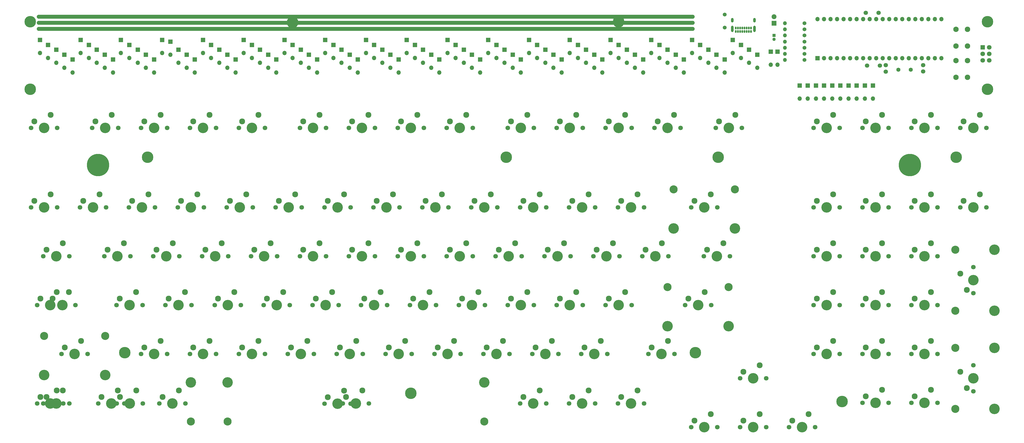
<source format=gbr>
%TF.GenerationSoftware,KiCad,Pcbnew,(5.1.6)-1*%
%TF.CreationDate,2020-06-23T22:52:40-07:00*%
%TF.ProjectId,factorium,66616374-6f72-4697-956d-2e6b69636164,rev?*%
%TF.SameCoordinates,Original*%
%TF.FileFunction,Soldermask,Top*%
%TF.FilePolarity,Negative*%
%FSLAX46Y46*%
G04 Gerber Fmt 4.6, Leading zero omitted, Abs format (unit mm)*
G04 Created by KiCad (PCBNEW (5.1.6)-1) date 2020-06-23 22:52:40*
%MOMM*%
%LPD*%
G01*
G04 APERTURE LIST*
%ADD10C,1.500000*%
%ADD11C,8.700000*%
%ADD12C,4.500000*%
%ADD13C,1.800000*%
%ADD14C,4.100000*%
%ADD15C,2.300000*%
%ADD16C,3.150000*%
%ADD17O,1.700000X1.700000*%
%ADD18R,1.700000X1.700000*%
%ADD19C,3.148000*%
%ADD20C,4.087800*%
%ADD21C,2.100000*%
%ADD22C,1.700000*%
%ADD23C,1.300000*%
%ADD24R,1.300000X1.300000*%
%ADD25C,1.500000*%
%ADD26R,1.800000X1.800000*%
%ADD27R,1.900000X1.900000*%
%ADD28C,1.900000*%
%ADD29O,1.500000X1.500000*%
%ADD30O,1.000000X1.800000*%
%ADD31O,1.000000X2.500000*%
%ADD32O,0.750000X1.100000*%
%ADD33C,1.600000*%
G04 APERTURE END LIST*
D10*
X283464000Y-152223150D02*
X28751804Y-152223150D01*
X283464000Y-156985650D02*
X28751804Y-156985650D01*
X283464000Y-154604400D02*
X28751804Y-154604400D01*
D11*
%TO.C,REF\u002A\u002A*%
X51850600Y-210083400D03*
%TD*%
%TO.C,REF\u002A\u002A*%
X368080600Y-210083400D03*
%TD*%
D12*
%TO.C,REF\u002A\u002A*%
X341630000Y-302260000D03*
%TD*%
%TO.C,REF\u002A\u002A*%
X62230000Y-283210000D03*
%TD*%
%TO.C,REF\u002A\u002A*%
X284480000Y-283210000D03*
%TD*%
%TO.C,REF\u002A\u002A*%
X386080000Y-207010000D03*
%TD*%
%TO.C,REF\u002A\u002A*%
X293370000Y-207010000D03*
%TD*%
%TO.C,REF\u002A\u002A*%
X210820000Y-207010000D03*
%TD*%
%TO.C,REF\u002A\u002A*%
X71120000Y-207010000D03*
%TD*%
%TO.C,REF\u002A\u002A*%
X127635000Y-154421251D03*
%TD*%
%TO.C,REF\u002A\u002A*%
X254635000Y-154146250D03*
%TD*%
D13*
%TO.C,SW38*%
X102552500Y-245586250D03*
X92392500Y-245586250D03*
D14*
X97472500Y-245586250D03*
D15*
X93662500Y-243046250D03*
X100012500Y-240506250D03*
%TD*%
%TO.C,SW30*%
X290512500Y-221456250D03*
X284162500Y-223996250D03*
D14*
X287972500Y-226536250D03*
D13*
X282892500Y-226536250D03*
X293052500Y-226536250D03*
D14*
X299872500Y-234776250D03*
X276072500Y-234776250D03*
D16*
X276072500Y-219536250D03*
X299872500Y-219536250D03*
%TD*%
D17*
%TO.C,U1*%
X332041500Y-153193750D03*
X380301500Y-168433750D03*
X334581500Y-153193750D03*
X377761500Y-168433750D03*
X337121500Y-153193750D03*
X375221500Y-168433750D03*
X339661500Y-153193750D03*
X372681500Y-168433750D03*
X342201500Y-153193750D03*
X370141500Y-168433750D03*
X344741500Y-153193750D03*
X367601500Y-168433750D03*
X347281500Y-153193750D03*
X365061500Y-168433750D03*
X349821500Y-153193750D03*
X362521500Y-168433750D03*
X352361500Y-153193750D03*
X359981500Y-168433750D03*
X354901500Y-153193750D03*
X357441500Y-168433750D03*
X357441500Y-153193750D03*
X354901500Y-168433750D03*
X359981500Y-153193750D03*
X352361500Y-168433750D03*
X362521500Y-153193750D03*
X349821500Y-168433750D03*
X365061500Y-153193750D03*
X347281500Y-168433750D03*
X367601500Y-153193750D03*
X344741500Y-168433750D03*
X370141500Y-153193750D03*
X342201500Y-168433750D03*
X372681500Y-153193750D03*
X339661500Y-168433750D03*
X375221500Y-153193750D03*
X337121500Y-168433750D03*
X377761500Y-153193750D03*
X334581500Y-168433750D03*
X380301500Y-153193750D03*
D18*
X332041500Y-168433750D03*
%TD*%
D15*
%TO.C,SW95*%
X261977778Y-297963620D03*
X255627778Y-300503620D03*
D14*
X259437778Y-303043620D03*
D13*
X254357778Y-303043620D03*
X264517778Y-303043620D03*
%TD*%
D15*
%TO.C,SW94*%
X242922456Y-297973750D03*
X236572456Y-300513750D03*
D14*
X240382456Y-303053750D03*
D13*
X235302456Y-303053750D03*
X245462456Y-303053750D03*
%TD*%
D15*
%TO.C,SW93*%
X223867134Y-297963620D03*
X217517134Y-300503620D03*
D14*
X221327134Y-303043620D03*
D13*
X216247134Y-303043620D03*
X226407134Y-303043620D03*
%TD*%
D15*
%TO.C,SW9*%
X238125000Y-190500000D03*
X231775000Y-193040000D03*
D14*
X235585000Y-195580000D03*
D13*
X230505000Y-195580000D03*
X240665000Y-195580000D03*
%TD*%
D18*
%TO.C,D0*%
X29210000Y-161290000D03*
D17*
X29210000Y-166370000D03*
%TD*%
D18*
%TO.C,D16*%
X32385000Y-163195000D03*
D17*
X32385000Y-168275000D03*
%TD*%
D12*
%TO.C,REF\u002A\u002A*%
X25400000Y-180498750D03*
%TD*%
%TO.C,REF\u002A\u002A*%
X25400000Y-154146250D03*
%TD*%
%TO.C,REF\u002A\u002A*%
X398303750Y-154146250D03*
%TD*%
%TO.C,REF\u002A\u002A*%
X398303750Y-180498750D03*
%TD*%
D13*
%TO.C,SW87*%
X38258700Y-303043620D03*
X28098700Y-303043620D03*
D14*
X33178700Y-303043620D03*
D15*
X29368700Y-300503620D03*
X35718700Y-297963620D03*
%TD*%
D12*
%TO.C,REF\u002A\u002A*%
X173669595Y-299038110D03*
%TD*%
D19*
%TO.C,ST72*%
X87973823Y-310046640D03*
X202273823Y-310046640D03*
D20*
X87973823Y-294806640D03*
X202273823Y-294806640D03*
%TD*%
%TO.C,REF\u002A\u002A*%
X202267473Y-294806640D03*
X102267673Y-294806640D03*
D19*
X202267473Y-310046640D03*
X102267673Y-310046640D03*
%TD*%
D13*
%TO.C,SW92*%
X157321500Y-303053750D03*
X147161500Y-303053750D03*
D14*
X152241500Y-303053750D03*
D15*
X148431500Y-300513750D03*
X154781500Y-297973750D03*
%TD*%
D13*
%TO.C,SW91*%
X85883700Y-303043620D03*
X75723700Y-303043620D03*
D14*
X80803700Y-303043620D03*
D15*
X76993700Y-300503620D03*
X83343700Y-297963620D03*
%TD*%
D13*
%TO.C,SW88*%
X62071300Y-303053750D03*
X51911300Y-303053750D03*
D14*
X56991300Y-303053750D03*
D15*
X53181300Y-300513750D03*
X59531300Y-297973750D03*
%TD*%
D13*
%TO.C,SW102*%
X150203823Y-303061640D03*
X140043823Y-303061640D03*
D14*
X145123823Y-303061640D03*
D15*
X141313823Y-300521640D03*
X147663823Y-297981640D03*
%TD*%
%TO.C,SW90*%
X66699281Y-297969819D03*
X60349281Y-300509819D03*
D14*
X64159281Y-303049819D03*
D13*
X59079281Y-303049819D03*
X69239281Y-303049819D03*
%TD*%
D15*
%TO.C,SW86*%
X38099950Y-297963620D03*
X31749950Y-300503620D03*
D14*
X35559950Y-303043620D03*
D13*
X30479950Y-303043620D03*
X40639950Y-303043620D03*
%TD*%
%TO.C,SW103*%
X59690000Y-195580000D03*
X49530000Y-195580000D03*
D14*
X54610000Y-195580000D03*
D15*
X50800000Y-193040000D03*
X57150000Y-190500000D03*
%TD*%
D13*
%TO.C,SW100*%
X378777500Y-302736250D03*
X368617500Y-302736250D03*
D14*
X373697500Y-302736250D03*
D15*
X369887500Y-300196250D03*
X376237500Y-297656250D03*
%TD*%
D13*
%TO.C,SW99*%
X359727500Y-302736250D03*
X349567500Y-302736250D03*
D14*
X354647500Y-302736250D03*
D15*
X350837500Y-300196250D03*
X357187500Y-297656250D03*
%TD*%
D13*
%TO.C,SW98*%
X331152500Y-312261250D03*
X320992500Y-312261250D03*
D14*
X326072500Y-312261250D03*
D15*
X322262500Y-309721250D03*
X328612500Y-307181250D03*
%TD*%
D13*
%TO.C,SW97*%
X312102500Y-312261250D03*
X301942500Y-312261250D03*
D14*
X307022500Y-312261250D03*
D15*
X303212500Y-309721250D03*
X309562500Y-307181250D03*
%TD*%
%TO.C,SW96*%
X290512500Y-307181250D03*
X284162500Y-309721250D03*
D14*
X287972500Y-312261250D03*
D13*
X282892500Y-312261250D03*
X293052500Y-312261250D03*
%TD*%
D15*
%TO.C,SW85*%
X376237500Y-278606250D03*
X369887500Y-281146250D03*
D14*
X373697500Y-283686250D03*
D13*
X368617500Y-283686250D03*
X378777500Y-283686250D03*
%TD*%
%TO.C,SW84*%
X359727500Y-283686250D03*
X349567500Y-283686250D03*
D14*
X354647500Y-283686250D03*
D15*
X350837500Y-281146250D03*
X357187500Y-278606250D03*
%TD*%
D13*
%TO.C,SW83*%
X340677500Y-283686250D03*
X330517500Y-283686250D03*
D14*
X335597500Y-283686250D03*
D15*
X331787500Y-281146250D03*
X338137500Y-278606250D03*
%TD*%
D13*
%TO.C,SW82*%
X312102500Y-293211250D03*
X301942500Y-293211250D03*
D14*
X307022500Y-293211250D03*
D15*
X303212500Y-290671250D03*
X309562500Y-288131250D03*
%TD*%
D13*
%TO.C,SW80*%
X250190000Y-283686250D03*
X240030000Y-283686250D03*
D14*
X245110000Y-283686250D03*
D15*
X241300000Y-281146250D03*
X247650000Y-278606250D03*
%TD*%
D13*
%TO.C,SW79*%
X231140000Y-283686250D03*
X220980000Y-283686250D03*
D14*
X226060000Y-283686250D03*
D15*
X222250000Y-281146250D03*
X228600000Y-278606250D03*
%TD*%
D13*
%TO.C,SW78*%
X212090000Y-283686250D03*
X201930000Y-283686250D03*
D14*
X207010000Y-283686250D03*
D15*
X203200000Y-281146250D03*
X209550000Y-278606250D03*
%TD*%
D13*
%TO.C,SW77*%
X193040000Y-283686250D03*
X182880000Y-283686250D03*
D14*
X187960000Y-283686250D03*
D15*
X184150000Y-281146250D03*
X190500000Y-278606250D03*
%TD*%
D13*
%TO.C,SW76*%
X173990000Y-283686250D03*
X163830000Y-283686250D03*
D14*
X168910000Y-283686250D03*
D15*
X165100000Y-281146250D03*
X171450000Y-278606250D03*
%TD*%
D13*
%TO.C,SW75*%
X154940000Y-283686250D03*
X144780000Y-283686250D03*
D14*
X149860000Y-283686250D03*
D15*
X146050000Y-281146250D03*
X152400000Y-278606250D03*
%TD*%
D13*
%TO.C,SW74*%
X135890000Y-283686250D03*
X125730000Y-283686250D03*
D14*
X130810000Y-283686250D03*
D15*
X127000000Y-281146250D03*
X133350000Y-278606250D03*
%TD*%
%TO.C,SW73*%
X114300000Y-278606250D03*
X107950000Y-281146250D03*
D14*
X111760000Y-283686250D03*
D13*
X106680000Y-283686250D03*
X116840000Y-283686250D03*
%TD*%
%TO.C,SW72*%
X97790000Y-283686250D03*
X87630000Y-283686250D03*
D14*
X92710000Y-283686250D03*
D15*
X88900000Y-281146250D03*
X95250000Y-278606250D03*
%TD*%
%TO.C,SW71*%
X76200000Y-278606250D03*
X69850000Y-281146250D03*
D14*
X73660000Y-283686250D03*
D13*
X68580000Y-283686250D03*
X78740000Y-283686250D03*
%TD*%
%TO.C,SW68*%
X378777500Y-264636250D03*
X368617500Y-264636250D03*
D14*
X373697500Y-264636250D03*
D15*
X369887500Y-262096250D03*
X376237500Y-259556250D03*
%TD*%
D13*
%TO.C,SW67*%
X359727500Y-264636250D03*
X349567500Y-264636250D03*
D14*
X354647500Y-264636250D03*
D15*
X350837500Y-262096250D03*
X357187500Y-259556250D03*
%TD*%
%TO.C,SW66*%
X338137500Y-259556250D03*
X331787500Y-262096250D03*
D14*
X335597500Y-264636250D03*
D13*
X330517500Y-264636250D03*
X340677500Y-264636250D03*
%TD*%
D15*
%TO.C,SW64*%
X257175000Y-259556250D03*
X250825000Y-262096250D03*
D14*
X254635000Y-264636250D03*
D13*
X249555000Y-264636250D03*
X259715000Y-264636250D03*
%TD*%
D15*
%TO.C,SW63*%
X238125000Y-259556250D03*
X231775000Y-262096250D03*
D14*
X235585000Y-264636250D03*
D13*
X230505000Y-264636250D03*
X240665000Y-264636250D03*
%TD*%
%TO.C,SW62*%
X221615000Y-264636250D03*
X211455000Y-264636250D03*
D14*
X216535000Y-264636250D03*
D15*
X212725000Y-262096250D03*
X219075000Y-259556250D03*
%TD*%
%TO.C,SW61*%
X200025000Y-259556250D03*
X193675000Y-262096250D03*
D14*
X197485000Y-264636250D03*
D13*
X192405000Y-264636250D03*
X202565000Y-264636250D03*
%TD*%
D15*
%TO.C,SW60*%
X180975000Y-259556250D03*
X174625000Y-262096250D03*
D14*
X178435000Y-264636250D03*
D13*
X173355000Y-264636250D03*
X183515000Y-264636250D03*
%TD*%
%TO.C,SW59*%
X164465000Y-264636250D03*
X154305000Y-264636250D03*
D14*
X159385000Y-264636250D03*
D15*
X155575000Y-262096250D03*
X161925000Y-259556250D03*
%TD*%
%TO.C,SW58*%
X143033750Y-259556250D03*
X136683750Y-262096250D03*
D14*
X140493750Y-264636250D03*
D13*
X135413750Y-264636250D03*
X145573750Y-264636250D03*
%TD*%
D15*
%TO.C,SW57*%
X123983750Y-259556250D03*
X117633750Y-262096250D03*
D14*
X121443750Y-264636250D03*
D13*
X116363750Y-264636250D03*
X126523750Y-264636250D03*
%TD*%
D15*
%TO.C,SW56*%
X104933750Y-259556250D03*
X98583750Y-262096250D03*
D14*
X102393750Y-264636250D03*
D13*
X97313750Y-264636250D03*
X107473750Y-264636250D03*
%TD*%
D15*
%TO.C,SW55*%
X85725000Y-259556250D03*
X79375000Y-262096250D03*
D14*
X83185000Y-264636250D03*
D13*
X78105000Y-264636250D03*
X88265000Y-264636250D03*
%TD*%
D15*
%TO.C,SW54*%
X66675000Y-259556250D03*
X60325000Y-262096250D03*
D14*
X64135000Y-264636250D03*
D13*
X59055000Y-264636250D03*
X69215000Y-264636250D03*
%TD*%
%TO.C,SW51*%
X378777500Y-245586250D03*
X368617500Y-245586250D03*
D14*
X373697500Y-245586250D03*
D15*
X369887500Y-243046250D03*
X376237500Y-240506250D03*
%TD*%
%TO.C,SW50*%
X357187500Y-240506250D03*
X350837500Y-243046250D03*
D14*
X354647500Y-245586250D03*
D13*
X349567500Y-245586250D03*
X359727500Y-245586250D03*
%TD*%
D15*
%TO.C,SW49*%
X338137500Y-240506250D03*
X331787500Y-243046250D03*
D14*
X335597500Y-245586250D03*
D13*
X330517500Y-245586250D03*
X340677500Y-245586250D03*
%TD*%
D15*
%TO.C,SW47*%
X271462500Y-240506250D03*
X265112500Y-243046250D03*
D14*
X268922500Y-245586250D03*
D13*
X263842500Y-245586250D03*
X274002500Y-245586250D03*
%TD*%
D15*
%TO.C,SW46*%
X252412500Y-240506250D03*
X246062500Y-243046250D03*
D14*
X249872500Y-245586250D03*
D13*
X244792500Y-245586250D03*
X254952500Y-245586250D03*
%TD*%
D15*
%TO.C,SW45*%
X233362500Y-240506250D03*
X227012500Y-243046250D03*
D14*
X230822500Y-245586250D03*
D13*
X225742500Y-245586250D03*
X235902500Y-245586250D03*
%TD*%
D15*
%TO.C,SW44*%
X214312500Y-240506250D03*
X207962500Y-243046250D03*
D14*
X211772500Y-245586250D03*
D13*
X206692500Y-245586250D03*
X216852500Y-245586250D03*
%TD*%
D15*
%TO.C,SW43*%
X195262500Y-240506250D03*
X188912500Y-243046250D03*
D14*
X192722500Y-245586250D03*
D13*
X187642500Y-245586250D03*
X197802500Y-245586250D03*
%TD*%
%TO.C,SW42*%
X178752500Y-245586250D03*
X168592500Y-245586250D03*
D14*
X173672500Y-245586250D03*
D15*
X169862500Y-243046250D03*
X176212500Y-240506250D03*
%TD*%
%TO.C,SW41*%
X157162500Y-240506250D03*
X150812500Y-243046250D03*
D14*
X154622500Y-245586250D03*
D13*
X149542500Y-245586250D03*
X159702500Y-245586250D03*
%TD*%
%TO.C,SW40*%
X140652500Y-245586250D03*
X130492500Y-245586250D03*
D14*
X135572500Y-245586250D03*
D15*
X131762500Y-243046250D03*
X138112500Y-240506250D03*
%TD*%
D13*
%TO.C,SW39*%
X121602500Y-245586250D03*
X111442500Y-245586250D03*
D14*
X116522500Y-245586250D03*
D15*
X112712500Y-243046250D03*
X119062500Y-240506250D03*
%TD*%
%TO.C,SW37*%
X80962500Y-240506250D03*
X74612500Y-243046250D03*
D14*
X78422500Y-245586250D03*
D13*
X73342500Y-245586250D03*
X83502500Y-245586250D03*
%TD*%
%TO.C,SW36*%
X64452500Y-245586250D03*
X54292500Y-245586250D03*
D14*
X59372500Y-245586250D03*
D15*
X55562500Y-243046250D03*
X61912500Y-240506250D03*
%TD*%
%TO.C,SW34*%
X395287500Y-221456250D03*
X388937500Y-223996250D03*
D14*
X392747500Y-226536250D03*
D13*
X387667500Y-226536250D03*
X397827500Y-226536250D03*
%TD*%
%TO.C,SW33*%
X378777500Y-226536250D03*
X368617500Y-226536250D03*
D14*
X373697500Y-226536250D03*
D15*
X369887500Y-223996250D03*
X376237500Y-221456250D03*
%TD*%
%TO.C,SW32*%
X357187500Y-221456250D03*
X350837500Y-223996250D03*
D14*
X354647500Y-226536250D03*
D13*
X349567500Y-226536250D03*
X359727500Y-226536250D03*
%TD*%
%TO.C,SW31*%
X340677500Y-226536250D03*
X330517500Y-226536250D03*
D14*
X335597500Y-226536250D03*
D15*
X331787500Y-223996250D03*
X338137500Y-221456250D03*
%TD*%
D13*
%TO.C,SW29*%
X264477500Y-226536250D03*
X254317500Y-226536250D03*
D14*
X259397500Y-226536250D03*
D15*
X255587500Y-223996250D03*
X261937500Y-221456250D03*
%TD*%
D13*
%TO.C,SW28*%
X245427500Y-226536250D03*
X235267500Y-226536250D03*
D14*
X240347500Y-226536250D03*
D15*
X236537500Y-223996250D03*
X242887500Y-221456250D03*
%TD*%
%TO.C,SW27*%
X223837500Y-221456250D03*
X217487500Y-223996250D03*
D14*
X221297500Y-226536250D03*
D13*
X216217500Y-226536250D03*
X226377500Y-226536250D03*
%TD*%
D15*
%TO.C,SW26*%
X204787500Y-221456250D03*
X198437500Y-223996250D03*
D14*
X202247500Y-226536250D03*
D13*
X197167500Y-226536250D03*
X207327500Y-226536250D03*
%TD*%
%TO.C,SW25*%
X188277500Y-226536250D03*
X178117500Y-226536250D03*
D14*
X183197500Y-226536250D03*
D15*
X179387500Y-223996250D03*
X185737500Y-221456250D03*
%TD*%
D13*
%TO.C,SW24*%
X169227500Y-226536250D03*
X159067500Y-226536250D03*
D14*
X164147500Y-226536250D03*
D15*
X160337500Y-223996250D03*
X166687500Y-221456250D03*
%TD*%
%TO.C,SW23*%
X147637500Y-221456250D03*
X141287500Y-223996250D03*
D14*
X145097500Y-226536250D03*
D13*
X140017500Y-226536250D03*
X150177500Y-226536250D03*
%TD*%
D15*
%TO.C,SW22*%
X128587500Y-221456250D03*
X122237500Y-223996250D03*
D14*
X126047500Y-226536250D03*
D13*
X120967500Y-226536250D03*
X131127500Y-226536250D03*
%TD*%
D15*
%TO.C,SW21*%
X109537500Y-221456250D03*
X103187500Y-223996250D03*
D14*
X106997500Y-226536250D03*
D13*
X101917500Y-226536250D03*
X112077500Y-226536250D03*
%TD*%
D15*
%TO.C,SW20*%
X90487500Y-221456250D03*
X84137500Y-223996250D03*
D14*
X87947500Y-226536250D03*
D13*
X82867500Y-226536250D03*
X93027500Y-226536250D03*
%TD*%
%TO.C,SW19*%
X73977500Y-226536250D03*
X63817500Y-226536250D03*
D14*
X68897500Y-226536250D03*
D15*
X65087500Y-223996250D03*
X71437500Y-221456250D03*
%TD*%
D13*
%TO.C,SW18*%
X54927500Y-226536250D03*
X44767500Y-226536250D03*
D14*
X49847500Y-226536250D03*
D15*
X46037500Y-223996250D03*
X52387500Y-221456250D03*
%TD*%
D13*
%TO.C,SW17*%
X35877500Y-226536250D03*
X25717500Y-226536250D03*
D14*
X30797500Y-226536250D03*
D15*
X26987500Y-223996250D03*
X33337500Y-221456250D03*
%TD*%
D13*
%TO.C,SW16*%
X397827500Y-195580000D03*
X387667500Y-195580000D03*
D14*
X392747500Y-195580000D03*
D15*
X388937500Y-193040000D03*
X395287500Y-190500000D03*
%TD*%
D13*
%TO.C,SW15*%
X378777500Y-195580000D03*
X368617500Y-195580000D03*
D14*
X373697500Y-195580000D03*
D15*
X369887500Y-193040000D03*
X376237500Y-190500000D03*
%TD*%
%TO.C,SW14*%
X357187500Y-190500000D03*
X350837500Y-193040000D03*
D14*
X354647500Y-195580000D03*
D13*
X349567500Y-195580000D03*
X359727500Y-195580000D03*
%TD*%
%TO.C,SW13*%
X340677500Y-195580000D03*
X330517500Y-195580000D03*
D14*
X335597500Y-195580000D03*
D15*
X331787500Y-193040000D03*
X338137500Y-190500000D03*
%TD*%
%TO.C,SW12*%
X300037500Y-190500000D03*
X293687500Y-193040000D03*
D14*
X297497500Y-195580000D03*
D13*
X292417500Y-195580000D03*
X302577500Y-195580000D03*
%TD*%
D15*
%TO.C,SW11*%
X276225000Y-190500000D03*
X269875000Y-193040000D03*
D14*
X273685000Y-195580000D03*
D13*
X268605000Y-195580000D03*
X278765000Y-195580000D03*
%TD*%
D15*
%TO.C,SW10*%
X257175000Y-190500000D03*
X250825000Y-193040000D03*
D14*
X254635000Y-195580000D03*
D13*
X249555000Y-195580000D03*
X259715000Y-195580000D03*
%TD*%
%TO.C,SW8*%
X221615000Y-195580000D03*
X211455000Y-195580000D03*
D14*
X216535000Y-195580000D03*
D15*
X212725000Y-193040000D03*
X219075000Y-190500000D03*
%TD*%
D13*
%TO.C,SW7*%
X197802500Y-195580000D03*
X187642500Y-195580000D03*
D14*
X192722500Y-195580000D03*
D15*
X188912500Y-193040000D03*
X195262500Y-190500000D03*
%TD*%
%TO.C,SW6*%
X176212500Y-190500000D03*
X169862500Y-193040000D03*
D14*
X173672500Y-195580000D03*
D13*
X168592500Y-195580000D03*
X178752500Y-195580000D03*
%TD*%
D15*
%TO.C,SW5*%
X157162500Y-190500000D03*
X150812500Y-193040000D03*
D14*
X154622500Y-195580000D03*
D13*
X149542500Y-195580000D03*
X159702500Y-195580000D03*
%TD*%
%TO.C,SW4*%
X140652500Y-195580000D03*
X130492500Y-195580000D03*
D14*
X135572500Y-195580000D03*
D15*
X131762500Y-193040000D03*
X138112500Y-190500000D03*
%TD*%
%TO.C,SW3*%
X114300000Y-190500000D03*
X107950000Y-193040000D03*
D14*
X111760000Y-195580000D03*
D13*
X106680000Y-195580000D03*
X116840000Y-195580000D03*
%TD*%
%TO.C,SW2*%
X97790000Y-195580000D03*
X87630000Y-195580000D03*
D14*
X92710000Y-195580000D03*
D15*
X88900000Y-193040000D03*
X95250000Y-190500000D03*
%TD*%
%TO.C,SW1*%
X76200000Y-190500000D03*
X69850000Y-193040000D03*
D14*
X73660000Y-195580000D03*
D13*
X68580000Y-195580000D03*
X78740000Y-195580000D03*
%TD*%
D15*
%TO.C,SW0*%
X33337500Y-190500000D03*
X26987500Y-193040000D03*
D14*
X30797500Y-195580000D03*
D13*
X25717500Y-195580000D03*
X35877500Y-195580000D03*
%TD*%
D21*
%TO.C,BOOT1*%
X386025000Y-169331250D03*
X390525000Y-169331250D03*
X386025000Y-175831250D03*
X390525000Y-175831250D03*
%TD*%
D22*
%TO.C,C1*%
X373253000Y-173597000D03*
X373253000Y-171097000D03*
%TD*%
%TO.C,C2*%
X358648000Y-171109000D03*
X358648000Y-173609000D03*
%TD*%
D23*
%TO.C,C3*%
X315118750Y-161043750D03*
D24*
X315118750Y-159543750D03*
%TD*%
D22*
%TO.C,C4*%
X350837500Y-150670000D03*
X355837500Y-150670000D03*
%TD*%
%TO.C,C5*%
X351409000Y-171247000D03*
X356409000Y-171247000D03*
%TD*%
D17*
%TO.C,D1*%
X70485000Y-172085000D03*
D18*
X70485000Y-167005000D03*
%TD*%
%TO.C,D2*%
X86360000Y-167005000D03*
D17*
X86360000Y-172085000D03*
%TD*%
%TO.C,D3*%
X102235000Y-172085000D03*
D18*
X102235000Y-167005000D03*
%TD*%
%TO.C,D4*%
X118110000Y-167005000D03*
D17*
X118110000Y-172085000D03*
%TD*%
%TO.C,D5*%
X137160000Y-173990000D03*
D18*
X137160000Y-168910000D03*
%TD*%
%TO.C,D6*%
X153035000Y-168910000D03*
D17*
X153035000Y-173990000D03*
%TD*%
%TO.C,D7*%
X168910000Y-173990000D03*
D18*
X168910000Y-168910000D03*
%TD*%
D17*
%TO.C,D8*%
X187960000Y-166370000D03*
D18*
X187960000Y-161290000D03*
%TD*%
D17*
%TO.C,D9*%
X226060000Y-170180000D03*
D18*
X226060000Y-165100000D03*
%TD*%
D17*
%TO.C,D10*%
X238760000Y-168275000D03*
D18*
X238760000Y-163195000D03*
%TD*%
%TO.C,D11*%
X251460000Y-161290000D03*
D17*
X251460000Y-166370000D03*
%TD*%
%TO.C,D12*%
X344170000Y-184150000D03*
D18*
X344170000Y-179070000D03*
%TD*%
D17*
%TO.C,D13*%
X347345000Y-184150000D03*
D18*
X347345000Y-179070000D03*
%TD*%
%TO.C,D14*%
X350520000Y-179070000D03*
D17*
X350520000Y-184150000D03*
%TD*%
%TO.C,D15*%
X353695000Y-184150000D03*
D18*
X353695000Y-179070000D03*
%TD*%
%TO.C,D17*%
X54483000Y-167005000D03*
D17*
X54483000Y-172085000D03*
%TD*%
%TO.C,D18*%
X73660000Y-173990000D03*
D18*
X73660000Y-168910000D03*
%TD*%
D17*
%TO.C,D19*%
X89535000Y-173990000D03*
D18*
X89535000Y-168910000D03*
%TD*%
%TO.C,D20*%
X105410000Y-168910000D03*
D17*
X105410000Y-173990000D03*
%TD*%
%TO.C,D21*%
X121285000Y-173990000D03*
D18*
X121285000Y-168910000D03*
%TD*%
D17*
%TO.C,D22*%
X140335000Y-166370000D03*
D18*
X140335000Y-161290000D03*
%TD*%
%TO.C,D23*%
X156210000Y-161290000D03*
D17*
X156210000Y-166370000D03*
%TD*%
D18*
%TO.C,D24*%
X172085000Y-161290000D03*
D17*
X172085000Y-166370000D03*
%TD*%
D18*
%TO.C,D25*%
X191135000Y-163195000D03*
D17*
X191135000Y-168275000D03*
%TD*%
%TO.C,D26*%
X210185000Y-170180000D03*
D18*
X210185000Y-165100000D03*
%TD*%
D17*
%TO.C,D27*%
X229235000Y-172085000D03*
D18*
X229235000Y-167005000D03*
%TD*%
D17*
%TO.C,D28*%
X241935000Y-170180000D03*
D18*
X241935000Y-165100000D03*
%TD*%
%TO.C,D29*%
X254635000Y-163195000D03*
D17*
X254635000Y-168275000D03*
%TD*%
%TO.C,D30*%
X337820000Y-184150000D03*
D18*
X337820000Y-179070000D03*
%TD*%
D17*
%TO.C,D31*%
X334645000Y-184150000D03*
D18*
X334645000Y-179070000D03*
%TD*%
%TO.C,D32*%
X331470000Y-179070000D03*
D17*
X331470000Y-184150000D03*
%TD*%
%TO.C,D33*%
X35560000Y-170180000D03*
D18*
X35560000Y-165100000D03*
%TD*%
%TO.C,D34*%
X57658000Y-168910000D03*
D17*
X57658000Y-173990000D03*
%TD*%
D18*
%TO.C,D35*%
X76835000Y-161290000D03*
D17*
X76835000Y-166370000D03*
%TD*%
%TO.C,D36*%
X92710000Y-166370000D03*
D18*
X92710000Y-161290000D03*
%TD*%
%TO.C,D37*%
X108585000Y-161290000D03*
D17*
X108585000Y-166370000D03*
%TD*%
%TO.C,D38*%
X124460000Y-166370000D03*
D18*
X124460000Y-161290000D03*
%TD*%
%TO.C,D39*%
X143510000Y-163195000D03*
D17*
X143510000Y-168275000D03*
%TD*%
%TO.C,D40*%
X159385000Y-168275000D03*
D18*
X159385000Y-163195000D03*
%TD*%
%TO.C,D41*%
X175260000Y-163195000D03*
D17*
X175260000Y-168275000D03*
%TD*%
%TO.C,D42*%
X194310000Y-170180000D03*
D18*
X194310000Y-165100000D03*
%TD*%
D17*
%TO.C,D43*%
X213360000Y-172085000D03*
D18*
X213360000Y-167005000D03*
%TD*%
D17*
%TO.C,D44*%
X232410000Y-173990000D03*
D18*
X232410000Y-168910000D03*
%TD*%
%TO.C,D45*%
X245110000Y-167005000D03*
D17*
X245110000Y-172085000D03*
%TD*%
%TO.C,D46*%
X257810000Y-170180000D03*
D18*
X257810000Y-165100000D03*
%TD*%
%TO.C,D47*%
X325120000Y-179070000D03*
D17*
X325120000Y-184150000D03*
%TD*%
D18*
%TO.C,D48*%
X308610000Y-167005000D03*
D17*
X308610000Y-172085000D03*
%TD*%
D18*
%TO.C,D49*%
X51308000Y-165100000D03*
D17*
X51308000Y-170180000D03*
%TD*%
D18*
%TO.C,D50*%
X38735000Y-167005000D03*
D17*
X38735000Y-172085000D03*
%TD*%
D18*
%TO.C,D51*%
X184785000Y-168910000D03*
D17*
X184785000Y-173990000D03*
%TD*%
%TO.C,D52*%
X60706000Y-166370000D03*
D18*
X60706000Y-161290000D03*
%TD*%
D17*
%TO.C,D53*%
X80010000Y-167005000D03*
D18*
X80010000Y-161925000D03*
%TD*%
D17*
%TO.C,D54*%
X95885000Y-168275000D03*
D18*
X95885000Y-163195000D03*
%TD*%
%TO.C,D55*%
X111760000Y-163195000D03*
D17*
X111760000Y-168275000D03*
%TD*%
%TO.C,D56*%
X127635000Y-168275000D03*
D18*
X127635000Y-163195000D03*
%TD*%
%TO.C,D57*%
X146685000Y-165100000D03*
D17*
X146685000Y-170180000D03*
%TD*%
D18*
%TO.C,D58*%
X162560000Y-165100000D03*
D17*
X162560000Y-170180000D03*
%TD*%
%TO.C,D59*%
X178435000Y-170180000D03*
D18*
X178435000Y-165100000D03*
%TD*%
%TO.C,D60*%
X197485000Y-167005000D03*
D17*
X197485000Y-172085000D03*
%TD*%
D18*
%TO.C,D61*%
X216535000Y-168910000D03*
D17*
X216535000Y-173990000D03*
%TD*%
D18*
%TO.C,D62*%
X235585000Y-161290000D03*
D17*
X235585000Y-166370000D03*
%TD*%
D18*
%TO.C,D63*%
X260985000Y-167005000D03*
D17*
X260985000Y-172085000D03*
%TD*%
%TO.C,D64*%
X41910000Y-173990000D03*
D18*
X41910000Y-168910000D03*
%TD*%
D17*
%TO.C,D65*%
X64008000Y-168275000D03*
D18*
X64008000Y-163195000D03*
%TD*%
%TO.C,D66*%
X83185000Y-165100000D03*
D17*
X83185000Y-170180000D03*
%TD*%
D18*
%TO.C,D67*%
X99060000Y-165100000D03*
D17*
X99060000Y-170180000D03*
%TD*%
D18*
%TO.C,D68*%
X114935000Y-165100000D03*
D17*
X114935000Y-170180000D03*
%TD*%
D18*
%TO.C,D69*%
X130810000Y-165100000D03*
D17*
X130810000Y-170180000D03*
%TD*%
D18*
%TO.C,D70*%
X149860000Y-167005000D03*
D17*
X149860000Y-172085000D03*
%TD*%
D18*
%TO.C,D71*%
X165735000Y-167005000D03*
D17*
X165735000Y-172085000D03*
%TD*%
%TO.C,D72*%
X181610000Y-172085000D03*
D18*
X181610000Y-167005000D03*
%TD*%
%TO.C,D73*%
X200660000Y-168910000D03*
D17*
X200660000Y-173990000D03*
%TD*%
D18*
%TO.C,D74*%
X219710000Y-161290000D03*
D17*
X219710000Y-166370000D03*
%TD*%
D18*
%TO.C,D75*%
X248285000Y-168910000D03*
D17*
X248285000Y-173990000D03*
%TD*%
D18*
%TO.C,D76*%
X286385000Y-163195000D03*
D17*
X286385000Y-168275000D03*
%TD*%
D18*
%TO.C,D77*%
X45085000Y-161290000D03*
D17*
X45085000Y-166370000D03*
%TD*%
%TO.C,D78*%
X203835000Y-166370000D03*
D18*
X203835000Y-161290000D03*
%TD*%
%TO.C,D79*%
X48260000Y-163195000D03*
D17*
X48260000Y-168275000D03*
%TD*%
%TO.C,D80*%
X207010000Y-168275000D03*
D18*
X207010000Y-163195000D03*
%TD*%
%TO.C,D81*%
X67310000Y-165100000D03*
D17*
X67310000Y-170180000D03*
%TD*%
D18*
%TO.C,D82*%
X222885000Y-163195000D03*
D17*
X222885000Y-168275000D03*
%TD*%
%TO.C,D83*%
X133985000Y-172085000D03*
D18*
X133985000Y-167005000D03*
%TD*%
D17*
%TO.C,D84*%
X267335000Y-166370000D03*
D18*
X267335000Y-161290000D03*
%TD*%
D17*
%TO.C,D85*%
X264160000Y-173990000D03*
D18*
X264160000Y-168910000D03*
%TD*%
%TO.C,D86*%
X270510000Y-163195000D03*
D17*
X270510000Y-168275000D03*
%TD*%
%TO.C,D87*%
X340995000Y-184150000D03*
D18*
X340995000Y-179070000D03*
%TD*%
%TO.C,D88*%
X328295000Y-179070000D03*
D17*
X328295000Y-184150000D03*
%TD*%
%TO.C,D89*%
X305435000Y-170180000D03*
D18*
X305435000Y-165100000D03*
%TD*%
D17*
%TO.C,D90*%
X292735000Y-172085000D03*
D18*
X292735000Y-167005000D03*
%TD*%
D17*
%TO.C,D91*%
X273685000Y-170180000D03*
D18*
X273685000Y-165100000D03*
%TD*%
D17*
%TO.C,D92*%
X302260000Y-168275000D03*
D18*
X302260000Y-163195000D03*
%TD*%
%TO.C,D93*%
X289560000Y-165100000D03*
D17*
X289560000Y-170180000D03*
%TD*%
D18*
%TO.C,D94*%
X276860000Y-167005000D03*
D17*
X276860000Y-172085000D03*
%TD*%
D18*
%TO.C,D95*%
X316484000Y-165847500D03*
D17*
X316484000Y-170927500D03*
%TD*%
D18*
%TO.C,D96*%
X313917500Y-165847500D03*
D17*
X313917500Y-170927500D03*
%TD*%
D18*
%TO.C,D97*%
X299085000Y-161290000D03*
D17*
X299085000Y-166370000D03*
%TD*%
%TO.C,D98*%
X280035000Y-173990000D03*
D18*
X280035000Y-168910000D03*
%TD*%
D17*
%TO.C,D99*%
X295910000Y-173990000D03*
D18*
X295910000Y-168910000D03*
%TD*%
D17*
%TO.C,D100*%
X283210000Y-166370000D03*
D18*
X283210000Y-161290000D03*
%TD*%
D25*
%TO.C,F1*%
X295910000Y-156474000D03*
X295910000Y-151374000D03*
%TD*%
D13*
%TO.C,J1*%
X398938750Y-169227500D03*
X396398750Y-169227500D03*
X398938750Y-166687500D03*
X396398750Y-166687500D03*
X398938750Y-164147500D03*
D26*
X396398750Y-164147500D03*
%TD*%
D27*
%TO.C,LED1*%
X315118750Y-154781250D03*
D28*
X315118750Y-152241250D03*
%TD*%
D29*
%TO.C,R1*%
X319405000Y-159543750D03*
D25*
X327025000Y-159543750D03*
%TD*%
%TO.C,R2*%
X327025000Y-161925000D03*
D29*
X319405000Y-161925000D03*
%TD*%
%TO.C,R3*%
X319405000Y-164306250D03*
D25*
X327025000Y-164306250D03*
%TD*%
%TO.C,R4*%
X327025000Y-166687500D03*
D29*
X319405000Y-166687500D03*
%TD*%
%TO.C,R5*%
X319405000Y-169068750D03*
D25*
X327025000Y-169068750D03*
%TD*%
%TO.C,R6*%
X327025000Y-157162500D03*
D29*
X319405000Y-157162500D03*
%TD*%
%TO.C,R7*%
X319405000Y-154781250D03*
D25*
X327025000Y-154781250D03*
%TD*%
D21*
%TO.C,RESET1*%
X390525000Y-163662500D03*
X386025000Y-163662500D03*
X390525000Y-157162500D03*
X386025000Y-157162500D03*
%TD*%
D15*
%TO.C,SW35*%
X38100000Y-240506250D03*
X31750000Y-243046250D03*
D14*
X35560000Y-245586250D03*
D13*
X30480000Y-245586250D03*
X40640000Y-245586250D03*
%TD*%
%TO.C,SW48*%
X297973750Y-245586250D03*
X287813750Y-245586250D03*
D14*
X292893750Y-245586250D03*
D15*
X289083750Y-243046250D03*
X295433750Y-240506250D03*
%TD*%
D13*
%TO.C,SW52*%
X38258750Y-264636250D03*
X28098750Y-264636250D03*
D14*
X33178750Y-264636250D03*
D15*
X29368750Y-262096250D03*
X35718750Y-259556250D03*
%TD*%
%TO.C,SW53*%
X40481250Y-259556250D03*
X34131250Y-262096250D03*
D14*
X37941250Y-264636250D03*
D13*
X32861250Y-264636250D03*
X43021250Y-264636250D03*
%TD*%
D16*
%TO.C,SW65*%
X297491250Y-257636250D03*
X273691250Y-257636250D03*
D14*
X273691250Y-272876250D03*
X297491250Y-272876250D03*
D13*
X290671250Y-264636250D03*
X280511250Y-264636250D03*
D14*
X285591250Y-264636250D03*
D15*
X281781250Y-262096250D03*
X288131250Y-259556250D03*
%TD*%
D16*
%TO.C,SW69*%
X385747500Y-243052500D03*
X385747500Y-266852500D03*
D14*
X400987500Y-266852500D03*
X400987500Y-243052500D03*
D13*
X392747500Y-249872500D03*
X392747500Y-260032500D03*
D14*
X392747500Y-254952500D03*
D15*
X390207500Y-258762500D03*
X387667500Y-252412500D03*
%TD*%
%TO.C,SW70*%
X45243750Y-278606250D03*
X38893750Y-281146250D03*
D14*
X42703750Y-283686250D03*
D13*
X37623750Y-283686250D03*
X47783750Y-283686250D03*
D14*
X54603750Y-291926250D03*
X30803750Y-291926250D03*
D16*
X30803750Y-276686250D03*
X54603750Y-276686250D03*
%TD*%
D13*
%TO.C,SW81*%
X276383750Y-283686250D03*
X266223750Y-283686250D03*
D14*
X271303750Y-283686250D03*
D15*
X267493750Y-281146250D03*
X273843750Y-278606250D03*
%TD*%
%TO.C,SW101*%
X387667500Y-290671250D03*
X390207500Y-297021250D03*
D14*
X392747500Y-293211250D03*
D13*
X392747500Y-298291250D03*
X392747500Y-288131250D03*
D14*
X400987500Y-281311250D03*
X400987500Y-305111250D03*
D16*
X385747500Y-305111250D03*
X385747500Y-281311250D03*
%TD*%
D30*
%TO.C,USB1*%
X298887500Y-153595000D03*
X307537500Y-153595000D03*
D31*
X298887500Y-156975000D03*
X307537500Y-156975000D03*
D32*
X300232500Y-156630000D03*
X301082500Y-156630000D03*
X301932500Y-156630000D03*
X302782500Y-156630000D03*
X303632500Y-156630000D03*
X304482500Y-156630000D03*
X305332500Y-156630000D03*
X306187500Y-156630000D03*
X300237500Y-157955000D03*
X301087500Y-157955000D03*
X301937500Y-157955000D03*
X302787500Y-157955000D03*
X303637500Y-157955000D03*
X305337500Y-157955000D03*
X306187500Y-157955000D03*
X304487500Y-157955000D03*
%TD*%
D33*
%TO.C,Y1*%
X363547000Y-172847000D03*
X368427000Y-172847000D03*
%TD*%
M02*

</source>
